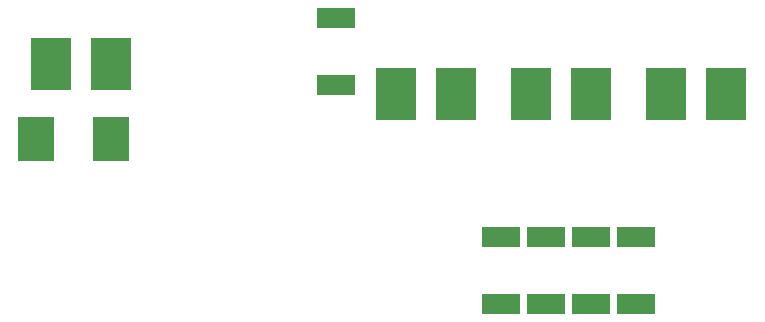
<source format=gtp>
G04 MADE WITH FRITZING*
G04 WWW.FRITZING.ORG*
G04 DOUBLE SIDED*
G04 HOLES PLATED*
G04 CONTOUR ON CENTER OF CONTOUR VECTOR*
%ASAXBY*%
%FSLAX23Y23*%
%MOIN*%
%OFA0B0*%
%SFA1.0B1.0*%
%ADD10R,0.137513X0.173810*%
%ADD11R,0.120543X0.148650*%
%ADD12R,0.125984X0.070866*%
%ADD13R,0.001000X0.001000*%
%LNPASTEMASK1*%
G90*
G70*
G54D10*
X202Y1552D03*
X402Y1552D03*
X1352Y1452D03*
X1552Y1452D03*
X1802Y1452D03*
X2002Y1452D03*
X2252Y1452D03*
X2452Y1452D03*
G54D11*
X402Y1302D03*
X152Y1302D03*
G54D12*
X1852Y973D03*
X1852Y752D03*
X1702Y973D03*
X1702Y752D03*
X2152Y973D03*
X2152Y752D03*
X2002Y973D03*
X2002Y752D03*
X1152Y1703D03*
X1152Y1482D03*
G54D13*
D02*
G04 End of PasteMask1*
M02*
</source>
